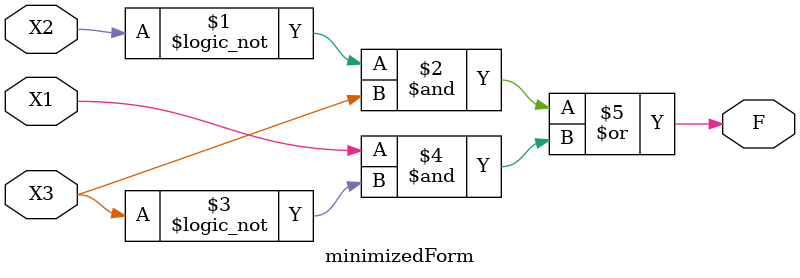
<source format=v>
module POS(X1, X2, X3, F); // Created module which is the Product of Sum Form 
    
    input X1, X2, X3; // Created input variables X1, X2, X3
    output F; // output variable called F 

    assign F = (1&!X2&X3 | X1&1&!X3); // Synthesized Product of sum form 

endmodule

module minimizedForm(X1, X2, X3, F); // Created module for minimized form 

    input X1, X2, X3; // Created input variables X1, X2, X3
    output F; // output variable called F 

    assign F = (!X2&X3 | X1&!X3); // Synthesized of minimized form 

endmodule 
</source>
